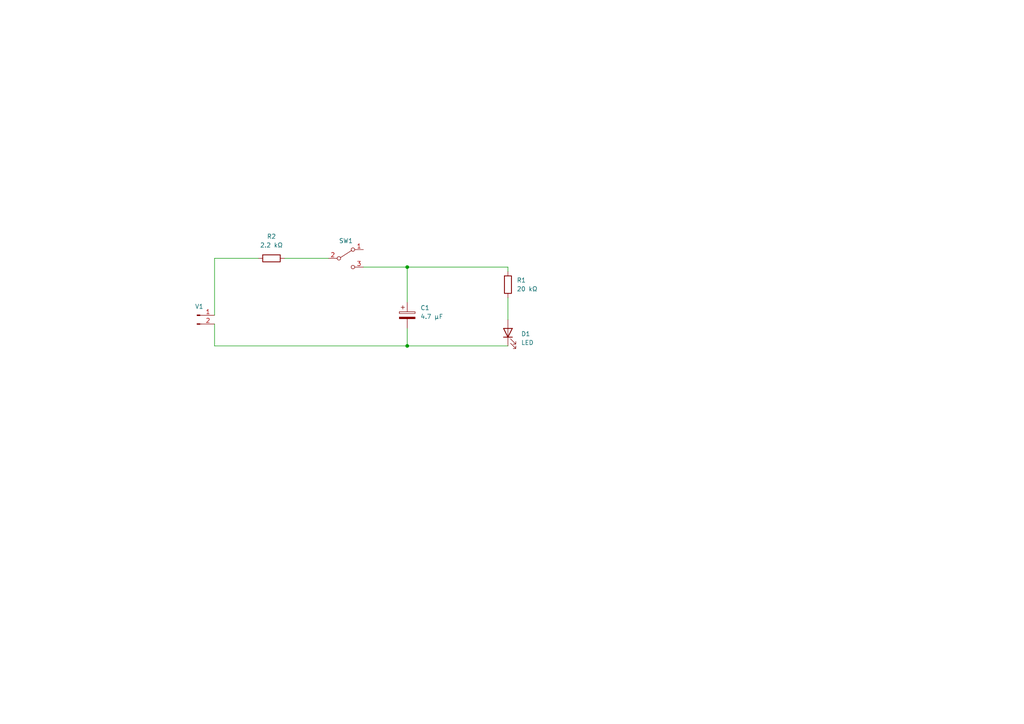
<source format=kicad_sch>
(kicad_sch (version 20211123) (generator eeschema)
  (paper "A4")
  (lib_symbols
    (symbol "Connector:Conn_01x02_Male" (pin_names (offset 1.016) hide)
      (property "Reference" "J" (at 0 2.54 0))
      (property "Value" "Conn_01x02_Male" (at 0 -5.08 0))
      (symbol "Conn_01x02_Male_1_1"
        (polyline (pts (xy 1.27 -2.54) (xy 0.8636 -2.54)) (stroke (width 0.1524)))
        (polyline (pts (xy 1.27 0) (xy 0.8636 0)) (stroke (width 0.1524)))
        (rectangle (start 0.8636 -2.413) (end 0 -2.667) (stroke (width 0.1524)) (fill (type outline)))
        (rectangle (start 0.8636 0.127) (end 0 -0.127) (stroke (width 0.1524)) (fill (type outline)))
        (pin passive line (at 5.08 0 180) (length 3.81) (name "Pin_1") (number "1"))
        (pin passive line (at 5.08 -2.54 180) (length 3.81) (name "Pin_2") (number "2"))
      )
    )
    (symbol "Device:C_Polarized" (pin_numbers hide) (pin_names (offset 0.254))
      (property "Reference" "C" (at 0.635 2.54 0))
      (property "Value" "C_Polarized" (at 0.635 -2.54 0))
      (symbol "C_Polarized_0_1"
        (rectangle (start -2.286 0.508) (end 2.286 1.016))
        (polyline (pts (xy -1.778 2.286) (xy -0.762 2.286)))
        (polyline (pts (xy -1.27 2.794) (xy -1.27 1.778)))
        (rectangle (start 2.286 -0.508) (end -2.286 -1.016) (fill (type outline)))
      )
      (symbol "C_Polarized_1_1"
        (pin passive line (at 0 3.81 270) (length 2.794) (name "~") (number "1"))
        (pin passive line (at 0 -3.81 90) (length 2.794) (name "~") (number "2"))
      )
    )
    (symbol "Device:LED" (pin_numbers hide) (pin_names (offset 1.016) hide)
      (property "Reference" "D" (at 0 2.54 0))
      (property "Value" "LED" (at 0 -2.54 0))
      (symbol "LED_0_1"
        (polyline (pts (xy -1.27 -1.27) (xy -1.27 1.27)) (stroke (width 0.254)))
        (polyline (pts (xy -1.27 0) (xy 1.27 0)))
        (polyline (pts (xy 1.27 -1.27) (xy 1.27 1.27) (xy -1.27 0) (xy 1.27 -1.27)) (stroke (width 0.254)))
        (polyline (pts (xy -3.048 -0.762) (xy -4.572 -2.286) (xy -3.81 -2.286) (xy -4.572 -2.286) (xy -4.572 -1.524)))
        (polyline (pts (xy -1.778 -0.762) (xy -3.302 -2.286) (xy -2.54 -2.286) (xy -3.302 -2.286) (xy -3.302 -1.524)))
      )
      (symbol "LED_1_1"
        (pin passive line (at -3.81 0 0) (length 2.54) (name "K") (number "1"))
        (pin passive line (at 3.81 0 180) (length 2.54) (name "A") (number "2"))
      )
    )
    (symbol "Device:R" (pin_numbers hide) (pin_names (offset 0))
      (property "Reference" "R" (at 2.032 0 90))
      (property "Value" "R" (at 0 0 90))
      (symbol "R_0_1"
        (rectangle (start -1.016 -2.54) (end 1.016 2.54) (stroke (width 0.254)))
      )
      (symbol "R_1_1"
        (pin passive line (at 0 3.81 270) (length 1.27) (name "~") (number "1"))
        (pin passive line (at 0 -3.81 90) (length 1.27) (name "~") (number "2"))
      )
    )
    (symbol "Switch:SW_SPDT" (pin_names (offset 0) hide)
      (property "Reference" "SW" (at 0 4.318 0))
      (property "Value" "SW_SPDT" (at 0 -5.08 0))
      (symbol "SW_SPDT_0_0"
        (circle (center -2.032 0) (radius 0.508))
        (circle (center 2.032 -2.54) (radius 0.508))
      )
      (symbol "SW_SPDT_0_1"
        (polyline (pts (xy -1.524 0.254) (xy 1.651 2.286)))
        (circle (center 2.032 2.54) (radius 0.508))
      )
      (symbol "SW_SPDT_1_1"
        (pin passive line (at 5.08 2.54 180) (length 2.54) (name "A") (number "1"))
        (pin passive line (at -5.08 0 0) (length 2.54) (name "B") (number "2"))
        (pin passive line (at 5.08 -2.54 180) (length 2.54) (name "C") (number "3"))
      )
    )
  )
  (junction (at 118.11 100.33))
  (junction (at 118.11 77.47))
  (wire (pts (xy 62.23 91.44) (xy 62.23 74.93)))
  (wire (pts (xy 62.23 100.33) (xy 118.11 100.33)))
  (wire (pts (xy 118.11 100.33) (xy 147.32 100.33)))
  (wire (pts (xy 147.32 77.47) (xy 147.32 78.74)))
  (wire (pts (xy 62.23 74.93) (xy 74.93 74.93)))
  (wire (pts (xy 147.32 86.36) (xy 147.32 92.71)))
  (wire (pts (xy 82.55 74.93) (xy 95.25 74.93)))
  (wire (pts (xy 62.23 93.98) (xy 62.23 100.33)))
  (wire (pts (xy 118.11 95.25) (xy 118.11 100.33)))
  (wire (pts (xy 118.11 77.47) (xy 147.32 77.47)))
  (wire (pts (xy 118.11 77.47) (xy 118.11 87.63)))
  (wire (pts (xy 105.41 77.47) (xy 118.11 77.47)))
  (symbol (lib_id "Device:C_Polarized") (at 118.11 91.44 0) (unit 1)
    (property "Reference" "C1" (at 121.92 89.2809 0) (effects (justify left)))
    (property "Value" "4.7 µF" (at 121.92 91.8209 0) (effects (justify left)))
    (property "Footprint" "Capacitor_THT:C_Radial_D5.0mm_H5.0mm_P2.00mm" (effects hide))
  )
  (symbol (lib_id "Connector:Conn_01x02_Male") (at 57.15 91.44 0) (unit 1)
    (property "Reference" "V1" (at 57.785 88.9 0))
    (property "Value" "Conn_01x02_Male" (effects hide))
    (property "Footprint" "Connector_JST:JST_PH_B2B-PH-K_1x02_P2.00mm_Vertical" (effects hide))
  )
  (symbol (lib_id "Device:R") (at 78.74 74.93 90) (unit 1)
    (property "Reference" "R2" (at 78.74 68.58 90))
    (property "Value" "2.2 kΩ" (at 78.74 71.12 90))
    (property "Footprint" "Resistor_THT:R_Axial_DIN0516_L15.5mm_D5.0mm_P20.32mm_Horizontal" (effects hide))
  )
  (symbol (lib_id "Device:LED") (at 147.32 96.52 90) (unit 1)
    (property "Reference" "D1" (at 151.13 96.8374 90) (effects (justify right)))
    (property "Value" "LED" (at 151.13 99.3774 90) (effects (justify right)))
    (property "Footprint" "LED_THT:LED_D5.0mm" (effects hide))
  )
  (symbol (lib_id "Device:R") (at 147.32 82.55 0) (unit 1)
    (property "Reference" "R1" (at 149.86 81.2799 0) (effects (justify left)))
    (property "Value" "20 kΩ" (at 149.86 83.8199 0) (effects (justify left)))
    (property "Footprint" "Resistor_THT:R_Axial_DIN0516_L15.5mm_D5.0mm_P20.32mm_Horizontal" (effects hide))
  )
  (symbol (lib_id "Switch:SW_SPDT") (at 100.33 74.93 0) (unit 1)
    (property "Reference" "SW1" (at 100.33 69.85 0))
    (property "Value" "SW_SPDT" (effects hide))
    (property "Footprint" "Button_Switch_THT:SW_E-Switch_EG1224_SPDT_Angled" (effects hide))
  )
)
</source>
